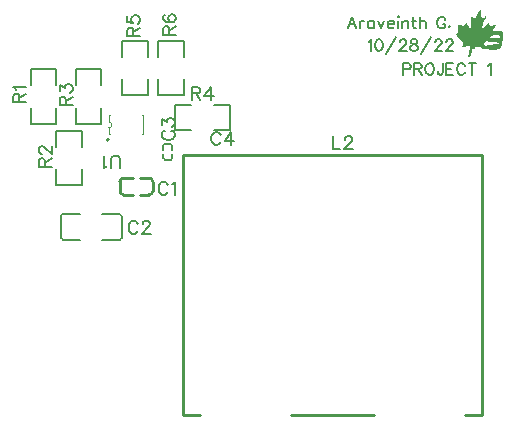
<source format=gto>
G04 Layer: TopSilkscreenLayer*
G04 EasyEDA v6.5.22, 2022-10-29 05:24:55*
G04 0d69cdd4dafa4356a4bc9da831f61fa8,b3227826631d40d5b2108dfee29276d7,10*
G04 Gerber Generator version 0.2*
G04 Scale: 100 percent, Rotated: No, Reflected: No *
G04 Dimensions in millimeters *
G04 leading zeros omitted , absolute positions ,4 integer and 5 decimal *
%FSLAX45Y45*%
%MOMM*%

%ADD10C,0.2032*%
%ADD11C,0.1524*%
%ADD12C,0.2540*%
%ADD13C,0.1200*%
%ADD14C,0.2000*%
%ADD15C,0.0100*%

%LPD*%
G36*
X4019296Y3844899D02*
G01*
X4017670Y3844340D01*
X4015841Y3843070D01*
X4013809Y3841038D01*
X4011523Y3838244D01*
X4006240Y3830421D01*
X3999788Y3819651D01*
X3981145Y3786936D01*
X3977792Y3781602D01*
X3974998Y3777792D01*
X3972509Y3775303D01*
X3970274Y3774033D01*
X3968038Y3773881D01*
X3965651Y3774694D01*
X3962958Y3776319D01*
X3956050Y3781551D01*
X3953408Y3783329D01*
X3951020Y3784498D01*
X3948836Y3785006D01*
X3946906Y3784803D01*
X3945128Y3783939D01*
X3943553Y3782314D01*
X3942181Y3779926D01*
X3940962Y3776776D01*
X3939946Y3772814D01*
X3939082Y3767988D01*
X3937812Y3755745D01*
X3937101Y3739845D01*
X3936492Y3701694D01*
X3935882Y3695039D01*
X3935018Y3690112D01*
X3933850Y3686810D01*
X3932275Y3685133D01*
X3930396Y3685133D01*
X3928008Y3686708D01*
X3925214Y3689858D01*
X3921912Y3694633D01*
X3918102Y3700932D01*
X3904691Y3725214D01*
X3901643Y3729837D01*
X3899306Y3732276D01*
X3897477Y3732733D01*
X3895851Y3731310D01*
X3894226Y3728212D01*
X3890467Y3719068D01*
X3888486Y3715664D01*
X3886098Y3713276D01*
X3882948Y3711803D01*
X3878732Y3711092D01*
X3873144Y3711041D01*
X3856228Y3712718D01*
X3825748Y3716375D01*
X3829558Y3673144D01*
X3830015Y3665220D01*
X3829964Y3659174D01*
X3829354Y3654704D01*
X3828084Y3651453D01*
X3826103Y3649116D01*
X3823360Y3647338D01*
X3816096Y3644290D01*
X3813860Y3642512D01*
X3813200Y3640023D01*
X3814318Y3636467D01*
X3817365Y3631437D01*
X3822598Y3624529D01*
X3838252Y3605834D01*
X4088790Y3605834D01*
X4104792Y3618077D01*
X4109567Y3621227D01*
X4115104Y3623970D01*
X4121150Y3626307D01*
X4127601Y3628186D01*
X4134307Y3629660D01*
X4141114Y3630726D01*
X4147921Y3631387D01*
X4154525Y3631590D01*
X4160824Y3631387D01*
X4166666Y3630726D01*
X4171848Y3629660D01*
X4176318Y3628186D01*
X4179874Y3626307D01*
X4182364Y3623970D01*
X4183634Y3621227D01*
X4183634Y3618077D01*
X4182516Y3614369D01*
X4180789Y3611473D01*
X4177995Y3609289D01*
X4173829Y3607765D01*
X4167835Y3606749D01*
X4159605Y3606139D01*
X4148734Y3605834D01*
X3838252Y3605834D01*
X3848557Y3593744D01*
X3860952Y3578656D01*
X3865270Y3572865D01*
X3868420Y3567937D01*
X3870451Y3563721D01*
X3871518Y3560064D01*
X3871620Y3556711D01*
X3870858Y3553561D01*
X3869283Y3550310D01*
X3866997Y3546856D01*
X3861257Y3539236D01*
X3859276Y3535984D01*
X3858107Y3533292D01*
X3857904Y3531158D01*
X3858666Y3529533D01*
X3860393Y3528415D01*
X3863187Y3527806D01*
X3867099Y3527653D01*
X3872128Y3527958D01*
X3878376Y3528669D01*
X3908247Y3533901D01*
X3918305Y3535324D01*
X3922115Y3535426D01*
X3925112Y3535070D01*
X3927398Y3534206D01*
X3929075Y3532733D01*
X3930091Y3530600D01*
X3930497Y3527704D01*
X3930446Y3524046D01*
X3928872Y3514090D01*
X3921912Y3483356D01*
X3918965Y3468370D01*
X3917238Y3456482D01*
X3916883Y3452164D01*
X3916934Y3449116D01*
X3917340Y3447592D01*
X3920439Y3445256D01*
X3923741Y3445103D01*
X3927144Y3446932D01*
X3930497Y3450691D01*
X3933799Y3456228D01*
X3936898Y3463340D01*
X3939692Y3472027D01*
X3943908Y3490010D01*
X3945686Y3496716D01*
X3947464Y3502101D01*
X3949293Y3506368D01*
X3951274Y3509518D01*
X3953357Y3511702D01*
X3955643Y3512921D01*
X3962146Y3514090D01*
X3965905Y3516274D01*
X3969004Y3519474D01*
X3971086Y3523335D01*
X3972915Y3525977D01*
X3976268Y3527958D01*
X3980840Y3529431D01*
X3986377Y3530346D01*
X3992473Y3530701D01*
X3998874Y3530600D01*
X4005326Y3529939D01*
X4011422Y3528872D01*
X4016857Y3527298D01*
X4021378Y3525316D01*
X4024680Y3522878D01*
X4026458Y3520084D01*
X4028846Y3517442D01*
X4033977Y3515309D01*
X4041089Y3513836D01*
X4049369Y3513328D01*
X4070350Y3513328D01*
X4055008Y3548481D01*
X4051858Y3556762D01*
X4049979Y3562604D01*
X4049776Y3565093D01*
X4066641Y3577336D01*
X4072229Y3580841D01*
X4076344Y3582822D01*
X4079443Y3583381D01*
X4081881Y3582619D01*
X4084015Y3580739D01*
X4086301Y3577793D01*
X4088485Y3575558D01*
X4091584Y3573627D01*
X4095648Y3572052D01*
X4100880Y3570833D01*
X4107281Y3569919D01*
X4114952Y3569258D01*
X4124045Y3568903D01*
X4146397Y3568700D01*
X4155744Y3568395D01*
X4162907Y3567887D01*
X4168038Y3567074D01*
X4171442Y3565855D01*
X4173270Y3564229D01*
X4173829Y3562146D01*
X4173321Y3559556D01*
X4172000Y3557066D01*
X4169664Y3555034D01*
X4166108Y3553409D01*
X4161129Y3552190D01*
X4154525Y3551275D01*
X4146042Y3550716D01*
X4100626Y3549802D01*
X4092092Y3549091D01*
X4085082Y3548024D01*
X4079544Y3546551D01*
X4075429Y3544570D01*
X4072585Y3542080D01*
X4071010Y3539032D01*
X4070553Y3535324D01*
X4071162Y3530955D01*
X4072737Y3525875D01*
X4075226Y3519982D01*
X4077309Y3516172D01*
X4079748Y3513175D01*
X4082948Y3510940D01*
X4087317Y3509314D01*
X4093159Y3508197D01*
X4100880Y3507536D01*
X4123385Y3507130D01*
X4138676Y3507333D01*
X4151680Y3507994D01*
X4157421Y3508552D01*
X4162704Y3509314D01*
X4167479Y3510330D01*
X4171899Y3511651D01*
X4175861Y3513226D01*
X4179519Y3515106D01*
X4182821Y3517341D01*
X4185767Y3519932D01*
X4188510Y3522929D01*
X4190949Y3526383D01*
X4193184Y3530295D01*
X4195216Y3534664D01*
X4197096Y3539591D01*
X4198874Y3545027D01*
X4202023Y3557676D01*
X4205020Y3572814D01*
X4208068Y3590696D01*
X4212031Y3618433D01*
X4213148Y3632606D01*
X4213148Y3638550D01*
X4212793Y3643782D01*
X4211929Y3648354D01*
X4210659Y3652265D01*
X4208881Y3655669D01*
X4206595Y3658463D01*
X4203750Y3660851D01*
X4200347Y3662730D01*
X4196334Y3664204D01*
X4191660Y3665372D01*
X4186326Y3666236D01*
X4180332Y3666794D01*
X4166057Y3667353D01*
X4122115Y3667404D01*
X4135882Y3689502D01*
X4143197Y3701999D01*
X4145330Y3706418D01*
X4146397Y3709822D01*
X4146397Y3712210D01*
X4145279Y3713784D01*
X4142994Y3714648D01*
X4139539Y3714851D01*
X4134916Y3714597D01*
X4105960Y3711143D01*
X4100728Y3711092D01*
X4096918Y3711752D01*
X4094226Y3713124D01*
X4092346Y3715410D01*
X4091025Y3718610D01*
X4088790Y3727196D01*
X4087520Y3730040D01*
X4085793Y3731260D01*
X4083202Y3730751D01*
X4079544Y3728364D01*
X4074414Y3723894D01*
X4048861Y3698697D01*
X4041241Y3691890D01*
X4038142Y3689451D01*
X4035501Y3687724D01*
X4033418Y3686657D01*
X4031742Y3686301D01*
X4030573Y3686657D01*
X4029862Y3687724D01*
X4029659Y3689451D01*
X4029862Y3691991D01*
X4030573Y3695242D01*
X4033367Y3703980D01*
X4037990Y3715715D01*
X4044391Y3730650D01*
X4059021Y3763721D01*
X4063542Y3775201D01*
X4065066Y3779621D01*
X4066032Y3783177D01*
X4066489Y3785870D01*
X4066387Y3787851D01*
X4065828Y3789019D01*
X4064762Y3789476D01*
X4063187Y3789273D01*
X4061104Y3788410D01*
X4055414Y3784854D01*
X4045000Y3777386D01*
X4039565Y3774287D01*
X4035298Y3773068D01*
X4032097Y3773830D01*
X4029811Y3776624D01*
X4028287Y3781602D01*
X4027373Y3788816D01*
X4026154Y3820769D01*
X4025239Y3831640D01*
X4024629Y3835806D01*
X4023868Y3839210D01*
X4022953Y3841800D01*
X4021886Y3843629D01*
X4020667Y3844645D01*
G37*
D10*
X3073400Y3575304D02*
G01*
X3082543Y3579876D01*
X3096006Y3593337D01*
X3096006Y3497834D01*
X3153409Y3593337D02*
G01*
X3139693Y3588765D01*
X3130550Y3575304D01*
X3126231Y3552444D01*
X3126231Y3538981D01*
X3130550Y3516121D01*
X3139693Y3502405D01*
X3153409Y3497834D01*
X3162554Y3497834D01*
X3176015Y3502405D01*
X3185159Y3516121D01*
X3189731Y3538981D01*
X3189731Y3552444D01*
X3185159Y3575304D01*
X3176015Y3588765D01*
X3162554Y3593337D01*
X3153409Y3593337D01*
X3301491Y3611626D02*
G01*
X3219704Y3466084D01*
X3336036Y3570731D02*
G01*
X3336036Y3575304D01*
X3340608Y3584194D01*
X3345179Y3588765D01*
X3354324Y3593337D01*
X3372611Y3593337D01*
X3381502Y3588765D01*
X3386074Y3584194D01*
X3390645Y3575304D01*
X3390645Y3566160D01*
X3386074Y3557015D01*
X3376929Y3543300D01*
X3331463Y3497834D01*
X3395218Y3497834D01*
X3448050Y3593337D02*
G01*
X3434334Y3588765D01*
X3429761Y3579876D01*
X3429761Y3570731D01*
X3434334Y3561587D01*
X3443477Y3557015D01*
X3461511Y3552444D01*
X3475227Y3547871D01*
X3484372Y3538981D01*
X3488943Y3529837D01*
X3488943Y3516121D01*
X3484372Y3506978D01*
X3479800Y3502405D01*
X3466084Y3497834D01*
X3448050Y3497834D01*
X3434334Y3502405D01*
X3429761Y3506978D01*
X3425190Y3516121D01*
X3425190Y3529837D01*
X3429761Y3538981D01*
X3438906Y3547871D01*
X3452368Y3552444D01*
X3470656Y3557015D01*
X3479800Y3561587D01*
X3484372Y3570731D01*
X3484372Y3579876D01*
X3479800Y3588765D01*
X3466084Y3593337D01*
X3448050Y3593337D01*
X3600704Y3611626D02*
G01*
X3518915Y3466084D01*
X3635247Y3570731D02*
G01*
X3635247Y3575304D01*
X3639820Y3584194D01*
X3644391Y3588765D01*
X3653281Y3593337D01*
X3671570Y3593337D01*
X3680713Y3588765D01*
X3685286Y3584194D01*
X3689858Y3575304D01*
X3689858Y3566160D01*
X3685286Y3557015D01*
X3676141Y3543300D01*
X3630675Y3497834D01*
X3694429Y3497834D01*
X3728974Y3570731D02*
G01*
X3728974Y3575304D01*
X3733291Y3584194D01*
X3737863Y3588765D01*
X3747008Y3593337D01*
X3765295Y3593337D01*
X3774186Y3588765D01*
X3778758Y3584194D01*
X3783329Y3575304D01*
X3783329Y3566160D01*
X3778758Y3557015D01*
X3769868Y3543300D01*
X3724402Y3497834D01*
X3787902Y3497834D01*
X2931922Y3783837D02*
G01*
X2895600Y3688334D01*
X2931922Y3783837D02*
G01*
X2968243Y3688334D01*
X2909315Y3720337D02*
G01*
X2954781Y3720337D01*
X2998215Y3752087D02*
G01*
X2998215Y3688334D01*
X2998215Y3724910D02*
G01*
X3002788Y3738371D01*
X3011931Y3747515D01*
X3021075Y3752087D01*
X3034791Y3752087D01*
X3119120Y3752087D02*
G01*
X3119120Y3688334D01*
X3119120Y3738371D02*
G01*
X3110229Y3747515D01*
X3101086Y3752087D01*
X3087370Y3752087D01*
X3078225Y3747515D01*
X3069336Y3738371D01*
X3064763Y3724910D01*
X3064763Y3715765D01*
X3069336Y3702050D01*
X3078225Y3692905D01*
X3087370Y3688334D01*
X3101086Y3688334D01*
X3110229Y3692905D01*
X3119120Y3702050D01*
X3149345Y3752087D02*
G01*
X3176524Y3688334D01*
X3203702Y3752087D02*
G01*
X3176524Y3688334D01*
X3233674Y3724910D02*
G01*
X3288284Y3724910D01*
X3288284Y3733800D01*
X3283711Y3742944D01*
X3279140Y3747515D01*
X3270250Y3752087D01*
X3256534Y3752087D01*
X3247390Y3747515D01*
X3238245Y3738371D01*
X3233674Y3724910D01*
X3233674Y3715765D01*
X3238245Y3702050D01*
X3247390Y3692905D01*
X3256534Y3688334D01*
X3270250Y3688334D01*
X3279140Y3692905D01*
X3288284Y3702050D01*
X3318256Y3783837D02*
G01*
X3322827Y3779265D01*
X3327400Y3783837D01*
X3322827Y3788410D01*
X3318256Y3783837D01*
X3322827Y3752087D02*
G01*
X3322827Y3688334D01*
X3357372Y3752087D02*
G01*
X3357372Y3688334D01*
X3357372Y3733800D02*
G01*
X3371088Y3747515D01*
X3380231Y3752087D01*
X3393693Y3752087D01*
X3402838Y3747515D01*
X3407409Y3733800D01*
X3407409Y3688334D01*
X3451097Y3783837D02*
G01*
X3451097Y3706621D01*
X3455670Y3692905D01*
X3464813Y3688334D01*
X3473704Y3688334D01*
X3437381Y3752087D02*
G01*
X3469131Y3752087D01*
X3503675Y3783837D02*
G01*
X3503675Y3688334D01*
X3503675Y3733800D02*
G01*
X3517391Y3747515D01*
X3526536Y3752087D01*
X3540252Y3752087D01*
X3549141Y3747515D01*
X3553713Y3733800D01*
X3553713Y3688334D01*
X3721861Y3761231D02*
G01*
X3717290Y3770376D01*
X3708400Y3779265D01*
X3699256Y3783837D01*
X3680968Y3783837D01*
X3672077Y3779265D01*
X3662934Y3770376D01*
X3658361Y3761231D01*
X3653790Y3747515D01*
X3653790Y3724910D01*
X3658361Y3711194D01*
X3662934Y3702050D01*
X3672077Y3692905D01*
X3680968Y3688334D01*
X3699256Y3688334D01*
X3708400Y3692905D01*
X3717290Y3702050D01*
X3721861Y3711194D01*
X3721861Y3724910D01*
X3699256Y3724910D02*
G01*
X3721861Y3724910D01*
X3756406Y3711194D02*
G01*
X3752088Y3706621D01*
X3756406Y3702050D01*
X3760977Y3706621D01*
X3756406Y3711194D01*
X3365500Y3390137D02*
G01*
X3365500Y3294634D01*
X3365500Y3390137D02*
G01*
X3406393Y3390137D01*
X3420109Y3385565D01*
X3424681Y3380994D01*
X3429254Y3372104D01*
X3429254Y3358387D01*
X3424681Y3349244D01*
X3420109Y3344671D01*
X3406393Y3340100D01*
X3365500Y3340100D01*
X3459225Y3390137D02*
G01*
X3459225Y3294634D01*
X3459225Y3390137D02*
G01*
X3500120Y3390137D01*
X3513581Y3385565D01*
X3518154Y3380994D01*
X3522725Y3372104D01*
X3522725Y3362960D01*
X3518154Y3353815D01*
X3513581Y3349244D01*
X3500120Y3344671D01*
X3459225Y3344671D01*
X3490975Y3344671D02*
G01*
X3522725Y3294634D01*
X3580129Y3390137D02*
G01*
X3570986Y3385565D01*
X3561841Y3376676D01*
X3557270Y3367531D01*
X3552697Y3353815D01*
X3552697Y3331210D01*
X3557270Y3317494D01*
X3561841Y3308350D01*
X3570986Y3299205D01*
X3580129Y3294634D01*
X3598163Y3294634D01*
X3607308Y3299205D01*
X3616452Y3308350D01*
X3621024Y3317494D01*
X3625595Y3331210D01*
X3625595Y3353815D01*
X3621024Y3367531D01*
X3616452Y3376676D01*
X3607308Y3385565D01*
X3598163Y3390137D01*
X3580129Y3390137D01*
X3701034Y3390137D02*
G01*
X3701034Y3317494D01*
X3696461Y3303778D01*
X3691890Y3299205D01*
X3682745Y3294634D01*
X3673602Y3294634D01*
X3664711Y3299205D01*
X3660140Y3303778D01*
X3655568Y3317494D01*
X3655568Y3326637D01*
X3731006Y3390137D02*
G01*
X3731006Y3294634D01*
X3731006Y3390137D02*
G01*
X3789934Y3390137D01*
X3731006Y3344671D02*
G01*
X3767327Y3344671D01*
X3731006Y3294634D02*
G01*
X3789934Y3294634D01*
X3888231Y3367531D02*
G01*
X3883659Y3376676D01*
X3874515Y3385565D01*
X3865625Y3390137D01*
X3847338Y3390137D01*
X3838193Y3385565D01*
X3829050Y3376676D01*
X3824477Y3367531D01*
X3820159Y3353815D01*
X3820159Y3331210D01*
X3824477Y3317494D01*
X3829050Y3308350D01*
X3838193Y3299205D01*
X3847338Y3294634D01*
X3865625Y3294634D01*
X3874515Y3299205D01*
X3883659Y3308350D01*
X3888231Y3317494D01*
X3949954Y3390137D02*
G01*
X3949954Y3294634D01*
X3918204Y3390137D02*
G01*
X3981958Y3390137D01*
X4081779Y3372104D02*
G01*
X4090924Y3376676D01*
X4104640Y3390137D01*
X4104640Y3294634D01*
D11*
X1119378Y2032507D02*
G01*
X1114044Y2042921D01*
X1103629Y2053336D01*
X1093470Y2058415D01*
X1072642Y2058415D01*
X1062228Y2053336D01*
X1051813Y2042921D01*
X1046479Y2032507D01*
X1041400Y2016760D01*
X1041400Y1990852D01*
X1046479Y1975357D01*
X1051813Y1964944D01*
X1062228Y1954529D01*
X1072642Y1949450D01*
X1093470Y1949450D01*
X1103629Y1954529D01*
X1114044Y1964944D01*
X1119378Y1975357D01*
X1158747Y2032507D02*
G01*
X1158747Y2037587D01*
X1164081Y2048002D01*
X1169162Y2053336D01*
X1179576Y2058415D01*
X1200404Y2058415D01*
X1210818Y2053336D01*
X1215897Y2048002D01*
X1221231Y2037587D01*
X1221231Y2027173D01*
X1215897Y2016760D01*
X1205484Y2001265D01*
X1153668Y1949450D01*
X1226312Y1949450D01*
X1345692Y2821178D02*
G01*
X1335278Y2815844D01*
X1324863Y2805429D01*
X1319784Y2795270D01*
X1319784Y2774442D01*
X1324863Y2764028D01*
X1335278Y2753613D01*
X1345692Y2748279D01*
X1361439Y2743200D01*
X1387347Y2743200D01*
X1402842Y2748279D01*
X1413255Y2753613D01*
X1423670Y2764028D01*
X1428750Y2774442D01*
X1428750Y2795270D01*
X1423670Y2805429D01*
X1413255Y2815844D01*
X1402842Y2821178D01*
X1319784Y2865881D02*
G01*
X1319784Y2923031D01*
X1361439Y2891789D01*
X1361439Y2907284D01*
X1366520Y2917697D01*
X1371600Y2923031D01*
X1387347Y2928112D01*
X1397762Y2928112D01*
X1413255Y2923031D01*
X1423670Y2912618D01*
X1428750Y2896870D01*
X1428750Y2881376D01*
X1423670Y2865881D01*
X1418589Y2860547D01*
X1408176Y2855468D01*
X1373378Y2362707D02*
G01*
X1368044Y2373121D01*
X1357629Y2383536D01*
X1347470Y2388615D01*
X1326642Y2388615D01*
X1316228Y2383536D01*
X1305813Y2373121D01*
X1300479Y2362707D01*
X1295400Y2346960D01*
X1295400Y2321052D01*
X1300479Y2305557D01*
X1305813Y2295144D01*
X1316228Y2284729D01*
X1326642Y2279650D01*
X1347470Y2279650D01*
X1357629Y2284729D01*
X1368044Y2295144D01*
X1373378Y2305557D01*
X1407668Y2367787D02*
G01*
X1418081Y2373121D01*
X1433576Y2388615D01*
X1433576Y2279650D01*
X1817878Y2781807D02*
G01*
X1812544Y2792221D01*
X1802129Y2802636D01*
X1791970Y2807715D01*
X1771142Y2807715D01*
X1760728Y2802636D01*
X1750313Y2792221D01*
X1744979Y2781807D01*
X1739900Y2766060D01*
X1739900Y2740152D01*
X1744979Y2724657D01*
X1750313Y2714244D01*
X1760728Y2703829D01*
X1771142Y2698750D01*
X1791970Y2698750D01*
X1802129Y2703829D01*
X1812544Y2714244D01*
X1817878Y2724657D01*
X1903984Y2807715D02*
G01*
X1852168Y2735071D01*
X1930145Y2735071D01*
X1903984Y2807715D02*
G01*
X1903984Y2698750D01*
X2768600Y2771508D02*
G01*
X2768600Y2662542D01*
X2768600Y2662542D02*
G01*
X2830829Y2662542D01*
X2870454Y2745600D02*
G01*
X2870454Y2750680D01*
X2875534Y2761094D01*
X2880868Y2766428D01*
X2891281Y2771508D01*
X2912109Y2771508D01*
X2922270Y2766428D01*
X2927604Y2761094D01*
X2932684Y2750680D01*
X2932684Y2740266D01*
X2927604Y2729852D01*
X2917190Y2714358D01*
X2865120Y2662542D01*
X2938018Y2662542D01*
X62484Y3060700D02*
G01*
X171450Y3060700D01*
X62484Y3060700D02*
G01*
X62484Y3107436D01*
X67563Y3122929D01*
X72897Y3128263D01*
X83312Y3133344D01*
X93726Y3133344D01*
X104139Y3128263D01*
X109220Y3122929D01*
X114300Y3107436D01*
X114300Y3060700D01*
X114300Y3097021D02*
G01*
X171450Y3133344D01*
X83312Y3167634D02*
G01*
X77978Y3178047D01*
X62484Y3193795D01*
X171450Y3193795D01*
X278384Y2514600D02*
G01*
X387350Y2514600D01*
X278384Y2514600D02*
G01*
X278384Y2561336D01*
X283463Y2576829D01*
X288797Y2582163D01*
X299212Y2587244D01*
X309626Y2587244D01*
X320039Y2582163D01*
X325120Y2576829D01*
X330200Y2561336D01*
X330200Y2514600D01*
X330200Y2550921D02*
G01*
X387350Y2587244D01*
X304292Y2626868D02*
G01*
X299212Y2626868D01*
X288797Y2631947D01*
X283463Y2637281D01*
X278384Y2647695D01*
X278384Y2668270D01*
X283463Y2678684D01*
X288797Y2684018D01*
X299212Y2689097D01*
X309626Y2689097D01*
X320039Y2684018D01*
X335534Y2673604D01*
X387350Y2621534D01*
X387350Y2694431D01*
X456184Y3035300D02*
G01*
X565150Y3035300D01*
X456184Y3035300D02*
G01*
X456184Y3082036D01*
X461263Y3097529D01*
X466597Y3102863D01*
X477012Y3107944D01*
X487426Y3107944D01*
X497839Y3102863D01*
X502920Y3097529D01*
X508000Y3082036D01*
X508000Y3035300D01*
X508000Y3071621D02*
G01*
X565150Y3107944D01*
X456184Y3152647D02*
G01*
X456184Y3209797D01*
X497839Y3178810D01*
X497839Y3194304D01*
X502920Y3204718D01*
X508000Y3209797D01*
X523747Y3215131D01*
X534162Y3215131D01*
X549655Y3209797D01*
X560070Y3199384D01*
X565150Y3183889D01*
X565150Y3168395D01*
X560070Y3152647D01*
X554989Y3147568D01*
X544576Y3142234D01*
X1574800Y3188715D02*
G01*
X1574800Y3079750D01*
X1574800Y3188715D02*
G01*
X1621536Y3188715D01*
X1637029Y3183636D01*
X1642363Y3178302D01*
X1647444Y3167887D01*
X1647444Y3157473D01*
X1642363Y3147060D01*
X1637029Y3141979D01*
X1621536Y3136900D01*
X1574800Y3136900D01*
X1611121Y3136900D02*
G01*
X1647444Y3079750D01*
X1733804Y3188715D02*
G01*
X1681734Y3116071D01*
X1759712Y3116071D01*
X1733804Y3188715D02*
G01*
X1733804Y3079750D01*
X1027684Y3619500D02*
G01*
X1136650Y3619500D01*
X1027684Y3619500D02*
G01*
X1027684Y3666236D01*
X1032763Y3681729D01*
X1038097Y3687063D01*
X1048512Y3692144D01*
X1058926Y3692144D01*
X1069339Y3687063D01*
X1074420Y3681729D01*
X1079500Y3666236D01*
X1079500Y3619500D01*
X1079500Y3655821D02*
G01*
X1136650Y3692144D01*
X1027684Y3788918D02*
G01*
X1027684Y3736847D01*
X1074420Y3731768D01*
X1069339Y3736847D01*
X1064005Y3752595D01*
X1064005Y3768089D01*
X1069339Y3783584D01*
X1079500Y3793997D01*
X1095247Y3799331D01*
X1105662Y3799331D01*
X1121155Y3793997D01*
X1131570Y3783584D01*
X1136650Y3768089D01*
X1136650Y3752595D01*
X1131570Y3736847D01*
X1126489Y3731768D01*
X1116076Y3726434D01*
X1332484Y3632200D02*
G01*
X1441450Y3632200D01*
X1332484Y3632200D02*
G01*
X1332484Y3678936D01*
X1337563Y3694429D01*
X1342897Y3699763D01*
X1353312Y3704844D01*
X1363726Y3704844D01*
X1374139Y3699763D01*
X1379220Y3694429D01*
X1384300Y3678936D01*
X1384300Y3632200D01*
X1384300Y3668521D02*
G01*
X1441450Y3704844D01*
X1347978Y3801618D02*
G01*
X1337563Y3796284D01*
X1332484Y3780789D01*
X1332484Y3770376D01*
X1337563Y3754881D01*
X1353312Y3744468D01*
X1379220Y3739134D01*
X1405128Y3739134D01*
X1425955Y3744468D01*
X1436370Y3754881D01*
X1441450Y3770376D01*
X1441450Y3775710D01*
X1436370Y3791204D01*
X1425955Y3801618D01*
X1410462Y3806697D01*
X1405128Y3806697D01*
X1389634Y3801618D01*
X1379220Y3791204D01*
X1374139Y3775710D01*
X1374139Y3770376D01*
X1379220Y3754881D01*
X1389634Y3744468D01*
X1405128Y3739134D01*
X965200Y2500884D02*
G01*
X965200Y2578862D01*
X960120Y2594355D01*
X949705Y2604770D01*
X933957Y2609850D01*
X923544Y2609850D01*
X908050Y2604770D01*
X897636Y2594355D01*
X892555Y2578862D01*
X892555Y2500884D01*
X858265Y2521712D02*
G01*
X847852Y2516378D01*
X832104Y2500884D01*
X832104Y2609850D01*
X965019Y2115860D02*
G01*
X816521Y2115860D01*
X816521Y1897339D02*
G01*
X965019Y1897339D01*
X980259Y1912579D02*
G01*
X980259Y2100620D01*
X482780Y2115860D02*
G01*
X631278Y2115860D01*
X631278Y1897339D02*
G01*
X482780Y1897339D01*
X467540Y1912579D02*
G01*
X467540Y2100620D01*
X1332539Y2695064D02*
G01*
X1332539Y2658219D01*
X1410660Y2658219D02*
G01*
X1410660Y2695064D01*
X1395420Y2710304D02*
G01*
X1347779Y2710304D01*
X1332539Y2588135D02*
G01*
X1332539Y2624980D01*
X1410660Y2624980D02*
G01*
X1410660Y2588135D01*
X1395420Y2572895D02*
G01*
X1347779Y2572895D01*
D12*
X1076032Y2279700D02*
G01*
X996030Y2279700D01*
X965050Y2390681D02*
G01*
X965050Y2310681D01*
X1076032Y2421663D02*
G01*
X996030Y2421663D01*
X1133622Y2279116D02*
G01*
X1213617Y2279116D01*
X1133622Y2421079D02*
G01*
X1213617Y2421079D01*
X1244600Y2390099D02*
G01*
X1244600Y2310096D01*
X3886100Y2610797D02*
G01*
X1645602Y2610797D01*
X1503603Y2610797D02*
G01*
X1503603Y410801D01*
X1645490Y410801D01*
X1645490Y2610797D02*
G01*
X1504602Y2610797D01*
X3891711Y410801D02*
G01*
X4033598Y410801D01*
X4033598Y2610797D01*
X3886100Y2610797D01*
X2416716Y410801D02*
G01*
X3120486Y410801D01*
D11*
X425409Y3206620D02*
G01*
X425409Y3342612D01*
X209590Y3342612D01*
X209590Y3206620D01*
X425409Y3016379D02*
G01*
X425409Y2880387D01*
X209590Y2880387D01*
X209590Y3016379D01*
X641309Y2685920D02*
G01*
X641309Y2821912D01*
X425490Y2821912D01*
X425490Y2685920D01*
X641309Y2495679D02*
G01*
X641309Y2359687D01*
X425490Y2359687D01*
X425490Y2495679D01*
X806409Y3206620D02*
G01*
X806409Y3342612D01*
X590590Y3342612D01*
X590590Y3206620D01*
X806409Y3016379D02*
G01*
X806409Y2880387D01*
X590590Y2880387D01*
X590590Y3016379D01*
X1758820Y2825790D02*
G01*
X1894812Y2825790D01*
X1894812Y3041609D01*
X1758820Y3041609D01*
X1568579Y2825790D02*
G01*
X1432587Y2825790D01*
X1432587Y3041609D01*
X1568579Y3041609D01*
X1200109Y3447920D02*
G01*
X1200109Y3583912D01*
X984290Y3583912D01*
X984290Y3447920D01*
X1200109Y3257679D02*
G01*
X1200109Y3121687D01*
X984290Y3121687D01*
X984290Y3257679D01*
X1504909Y3447920D02*
G01*
X1504909Y3583912D01*
X1289090Y3583912D01*
X1289090Y3447920D01*
X1504909Y3257679D02*
G01*
X1504909Y3121687D01*
X1289090Y3121687D01*
X1289090Y3257679D01*
D13*
X1149405Y2790210D02*
G01*
X1160990Y2790210D01*
X1160990Y2950210D01*
X1149405Y2950210D01*
X870988Y2844810D02*
G01*
X870988Y2790210D01*
X882573Y2790210D01*
X870988Y2895610D02*
G01*
X870988Y2950210D01*
X882573Y2950210D01*
D11*
G75*
G01*
X965020Y1897339D02*
G03*
X980260Y1912579I0J15240D01*
G75*
G01*
X980260Y2100621D02*
G03*
X965020Y2115861I-15240J0D01*
G75*
G01*
X482780Y1897339D02*
G02*
X467540Y1912579I0J15240D01*
G75*
G01*
X467540Y2100621D02*
G02*
X482780Y2115861I15240J0D01*
G75*
G01*
X1410660Y2695064D02*
G03*
X1395420Y2710304I-15240J0D01*
G75*
G01*
X1347780Y2710304D02*
G03*
X1332540Y2695064I0J-15240D01*
G75*
G01*
X1410660Y2588136D02*
G02*
X1395420Y2572896I-15240J0D01*
G75*
G01*
X1347780Y2572896D02*
G02*
X1332540Y2588136I0J15240D01*
D12*
G75*
G01*
X965048Y2390681D02*
G02*
X996031Y2421664I30983J0D01*
G75*
G01*
X996031Y2279698D02*
G02*
X965048Y2310681I0J30983D01*
G75*
G01*
X1213617Y2421082D02*
G02*
X1244600Y2390099I0J-30983D01*
G75*
G01*
X1244600Y2310100D02*
G02*
X1213617Y2279117I-30983J0D01*
D13*
G75*
G01*
X870989Y2895610D02*
G02*
X870915Y2844686I-289J-25462D01*
D14*
G75*
G01*
X863597Y2753205D02*
G02*
X863153Y2753195I7J-10008D01*
M02*

</source>
